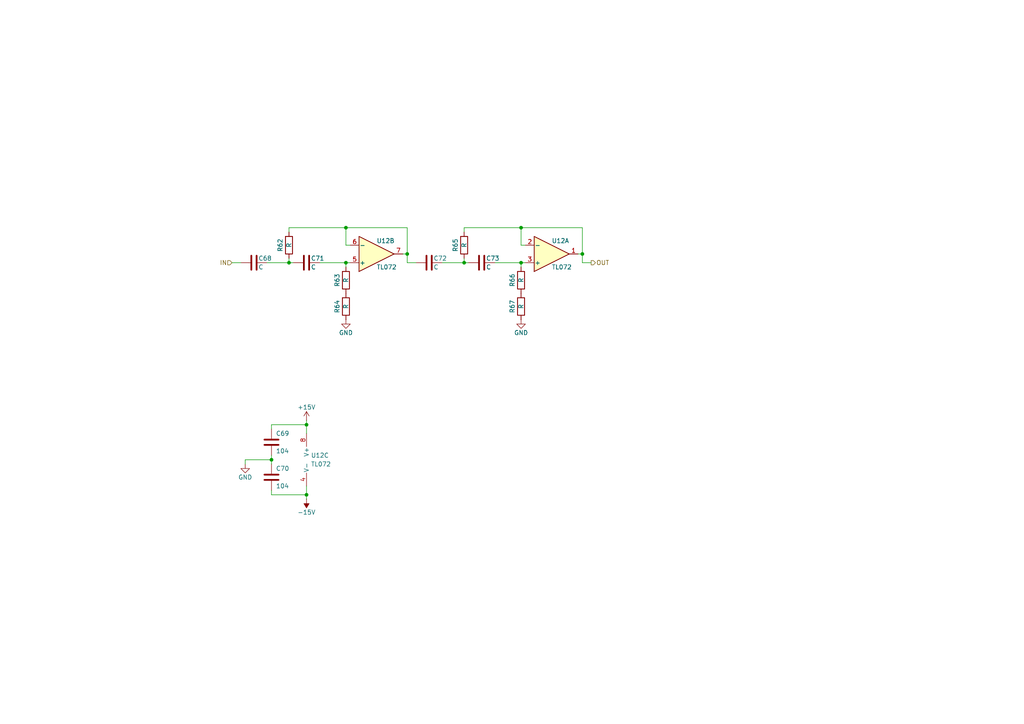
<source format=kicad_sch>
(kicad_sch (version 20231120) (generator "eeschema") (generator_version "8.0")
  (paper "A4")
  (title_block (title "Electronic crossover for 2.1 audio systems") (company "Haos Redro"))
  (lib_symbols
    (symbol "Amplifier_Operational:TL072" (pin_names (offset 0.127))
      (property "Reference" "U" (at 0 5.08 0))
      (property "Value" "TL072" (at 0 -5.08 0))
      (symbol "TL072_1_1"
        (polyline (pts (xy -5.08 5.08) (xy 5.08 0) (xy -5.08 -5.08) (xy -5.08 5.08)) (stroke (width 0.254)) (fill (type background)))
        (pin output line (at 7.62 0 180) (length 2.54) (name "~") (number "1"))
        (pin input line (at -7.62 -2.54 0) (length 2.54) (name "-") (number "2"))
        (pin input line (at -7.62 2.54 0) (length 2.54) (name "+") (number "3"))
      )
      (symbol "TL072_2_1"
        (polyline (pts (xy -5.08 5.08) (xy 5.08 0) (xy -5.08 -5.08) (xy -5.08 5.08)) (stroke (width 0.254)) (fill (type background)))
        (pin input line (at -7.62 2.54 0) (length 2.54) (name "+") (number "5"))
        (pin input line (at -7.62 -2.54 0) (length 2.54) (name "-") (number "6"))
        (pin output line (at 7.62 0 180) (length 2.54) (name "~") (number "7"))
      )
      (symbol "TL072_3_1"
        (pin power_in line (at -2.54 -7.62 90) (length 3.81) (name "V-") (number "4"))
        (pin power_in line (at -2.54 7.62 270) (length 3.81) (name "V+") (number "8"))
      )
    )
    (symbol "Device:C" (pin_numbers hide) (pin_names (offset 0.254))
      (property "Reference" "C" (at 0.635 2.54 0))
      (property "Value" "C" (at 0.635 -2.54 0))
      (symbol "C_0_1"
        (polyline (pts (xy -2.032 -0.762) (xy 2.032 -0.762)) (stroke (width 0.508)))
        (polyline (pts (xy -2.032 0.762) (xy 2.032 0.762)) (stroke (width 0.508)))
      )
      (symbol "C_1_1"
        (pin passive line (at 0 3.81 270) (length 2.794) (name "~") (number "1"))
        (pin passive line (at 0 -3.81 90) (length 2.794) (name "~") (number "2"))
      )
    )
    (symbol "Device:R" (pin_numbers hide) (pin_names (offset 0))
      (property "Reference" "R" (at 2.032 0 90))
      (property "Value" "R" (at 0 0 90))
      (symbol "R_0_1"
        (rectangle (start -1.016 -2.54) (end 1.016 2.54) (stroke (width 0.254)))
      )
      (symbol "R_1_1"
        (pin passive line (at 0 3.81 270) (length 1.27) (name "~") (number "1"))
        (pin passive line (at 0 -3.81 90) (length 1.27) (name "~") (number "2"))
      )
    )
    (symbol "power:+15V" (power) (pin_numbers hide) (pin_names (offset 0) hide)
      (property "Value" "+15V" (at 0 3.556 0))
      (symbol "+15V_0_1"
        (polyline (pts (xy -0.762 1.27) (xy 0 2.54)))
        (polyline (pts (xy 0 0) (xy 0 2.54)))
        (polyline (pts (xy 0 2.54) (xy 0.762 1.27)))
      )
      (symbol "+15V_1_1"
        (pin power_in line (at 0 0 90) (length 0) (name "~") (number "1"))
      )
    )
    (symbol "power:-15V" (power) (pin_numbers hide) (pin_names (offset 0) hide)
      (property "Value" "-15V" (at 0 3.556 0))
      (symbol "-15V_0_0"
        (pin power_in line (at 0 0 90) (length 0) (name "~") (number "1"))
      )
      (symbol "-15V_0_1"
        (polyline (pts (xy 0 0) (xy 0 1.27) (xy 0.762 1.27) (xy 0 2.54) (xy -0.762 1.27) (xy 0 1.27)) (fill (type outline)))
      )
    )
    (symbol "power:GND" (power) (pin_numbers hide) (pin_names (offset 0) hide)
      (property "Value" "GND" (at 0 -3.81 0))
      (symbol "GND_0_1"
        (polyline (pts (xy 0 0) (xy 0 -1.27) (xy 1.27 -1.27) (xy 0 -2.54) (xy -1.27 -1.27) (xy 0 -1.27)))
      )
      (symbol "GND_1_1"
        (pin power_in line (at 0 0 270) (length 0) (name "~") (number "1"))
      )
    )
  )
  (junction (at 88.9 123.19))
  (junction (at 83.82 76.2))
  (junction (at 100.33 66.04))
  (junction (at 151.13 76.2))
  (junction (at 118.11 73.66))
  (junction (at 100.33 76.2))
  (junction (at 134.62 76.2))
  (junction (at 168.91 73.66))
  (junction (at 88.9 143.51))
  (junction (at 78.74 133.35))
  (junction (at 151.13 66.04))
  (wire (pts (xy 67.31 76.2) (xy 69.85 76.2)))
  (wire (pts (xy 83.82 74.93) (xy 83.82 76.2)))
  (wire (pts (xy 118.11 66.04) (xy 118.11 73.66)))
  (wire (pts (xy 151.13 71.12) (xy 152.4 71.12)))
  (wire (pts (xy 88.9 123.19) (xy 88.9 125.73)))
  (wire (pts (xy 83.82 66.04) (xy 100.33 66.04)))
  (wire (pts (xy 78.74 133.35) (xy 71.12 133.35)))
  (wire (pts (xy 134.62 74.93) (xy 134.62 76.2)))
  (wire (pts (xy 151.13 66.04) (xy 168.91 66.04)))
  (wire (pts (xy 151.13 66.04) (xy 151.13 71.12)))
  (wire (pts (xy 71.12 133.35) (xy 71.12 134.62)))
  (wire (pts (xy 78.74 133.35) (xy 78.74 134.62)))
  (wire (pts (xy 134.62 76.2) (xy 135.89 76.2)))
  (wire (pts (xy 83.82 67.31) (xy 83.82 66.04)))
  (wire (pts (xy 168.91 66.04) (xy 168.91 73.66)))
  (wire (pts (xy 168.91 76.2) (xy 171.45 76.2)))
  (wire (pts (xy 78.74 124.46) (xy 78.74 123.19)))
  (wire (pts (xy 88.9 143.51) (xy 88.9 140.97)))
  (wire (pts (xy 100.33 66.04) (xy 118.11 66.04)))
  (wire (pts (xy 168.91 73.66) (xy 167.64 73.66)))
  (wire (pts (xy 116.84 73.66) (xy 118.11 73.66)))
  (wire (pts (xy 78.74 142.24) (xy 78.74 143.51)))
  (wire (pts (xy 88.9 121.92) (xy 88.9 123.19)))
  (wire (pts (xy 92.71 76.2) (xy 100.33 76.2)))
  (wire (pts (xy 134.62 66.04) (xy 151.13 66.04)))
  (wire (pts (xy 83.82 76.2) (xy 85.09 76.2)))
  (wire (pts (xy 100.33 76.2) (xy 101.6 76.2)))
  (wire (pts (xy 100.33 66.04) (xy 100.33 71.12)))
  (wire (pts (xy 134.62 67.31) (xy 134.62 66.04)))
  (wire (pts (xy 100.33 71.12) (xy 101.6 71.12)))
  (wire (pts (xy 118.11 73.66) (xy 118.11 76.2)))
  (wire (pts (xy 88.9 143.51) (xy 88.9 144.78)))
  (wire (pts (xy 78.74 143.51) (xy 88.9 143.51)))
  (wire (pts (xy 77.47 76.2) (xy 83.82 76.2)))
  (wire (pts (xy 128.27 76.2) (xy 134.62 76.2)))
  (wire (pts (xy 78.74 123.19) (xy 88.9 123.19)))
  (wire (pts (xy 143.51 76.2) (xy 151.13 76.2)))
  (wire (pts (xy 100.33 76.2) (xy 100.33 77.47)))
  (wire (pts (xy 151.13 76.2) (xy 151.13 77.47)))
  (wire (pts (xy 118.11 76.2) (xy 120.65 76.2)))
  (wire (pts (xy 168.91 76.2) (xy 168.91 73.66)))
  (wire (pts (xy 151.13 76.2) (xy 152.4 76.2)))
  (wire (pts (xy 78.74 132.08) (xy 78.74 133.35)))
  (hierarchical_label "IN" (shape input) (at 67.31 76.2 180))
  (hierarchical_label "OUT" (shape output) (at 171.45 76.2 0))
  (symbol (lib_id "Device:R") (at 83.82 71.12 180) (unit 1)
    (property "Reference" "R32" (at 81.28 71.12 90))
    (property "Value" "R" (at 83.82 71.12 90))
    (property "Footprint" "Resistor_SMD:R_0805_2012Metric" (effects (hide yes)))
    (property "Description" "Resistor" (effects (hide yes)))
    (instances (project "0000.011D" (path "" (reference "R62") (unit 1)) (path "" (reference "R32") (unit 1))))
  )
  (symbol (lib_id "power:+15V") (at 88.9 121.92 0) (unit 1)
    (property "Reference" "#PWR030" (effects (hide yes)))
    (property "Value" "+15V" (at 88.9 118.11 0))
    (property "Description" "Power symbol creates a global label with name \"+15V\"" (effects (hide yes)))
    (instances (project "0000.011D" (path "" (reference "#PWR060") (unit 1)) (path "" (reference "#PWR030") (unit 1))))
  )
  (symbol (lib_id "Device:C") (at 78.74 138.43 0) (unit 1)
    (property "Reference" "C28" (at 80.01 135.89 0) (effects (justify left)))
    (property "Value" "104" (at 80.01 140.97 0) (effects (justify left)))
    (property "Footprint" "Capacitor_SMD:C_0805_2012Metric" (effects (hide yes)))
    (property "Description" "Unpolarized capacitor" (effects (hide yes)))
    (instances (project "0000.011D" (path "" (reference "C70") (unit 1)) (path "" (reference "C28") (unit 1))))
  )
  (symbol (lib_id "Device:R") (at 151.13 88.9 180) (unit 1)
    (property "Reference" "R37" (at 148.59 88.9 90))
    (property "Value" "R" (at 151.13 88.9 90))
    (property "Footprint" "Resistor_SMD:R_0805_2012Metric" (effects (hide yes)))
    (property "Description" "Resistor" (effects (hide yes)))
    (instances (project "0000.011D" (path "" (reference "R67") (unit 1)) (path "" (reference "R37") (unit 1))))
  )
  (symbol (lib_id "Device:C") (at 124.46 76.2 90) (unit 1)
    (property "Reference" "C30" (at 125.73 74.93 90) (effects (justify right)))
    (property "Value" "C" (at 125.73 77.47 90) (effects (justify right)))
    (property "Footprint" "Capacitor_THT:C_Rect_L7.2mm_W4.5mm_P5.00mm_FKS2_FKP2_MKS2_MKP2" (effects (hide yes)))
    (property "Description" "Unpolarized capacitor" (effects (hide yes)))
    (instances (project "0000.011D" (path "" (reference "C72") (unit 1)) (path "" (reference "C30") (unit 1))))
  )
  (symbol (lib_id "Device:C") (at 139.7 76.2 90) (unit 1)
    (property "Reference" "C31" (at 140.97 74.93 90) (effects (justify right)))
    (property "Value" "C" (at 140.97 77.47 90) (effects (justify right)))
    (property "Footprint" "Capacitor_THT:C_Rect_L7.2mm_W4.5mm_P5.00mm_FKS2_FKP2_MKS2_MKP2" (effects (hide yes)))
    (property "Description" "Unpolarized capacitor" (effects (hide yes)))
    (instances (project "0000.011D" (path "" (reference "C73") (unit 1)) (path "" (reference "C31") (unit 1))))
  )
  (symbol (lib_id "Device:C") (at 88.9 76.2 90) (unit 1)
    (property "Reference" "C29" (at 90.17 74.93 90) (effects (justify right)))
    (property "Value" "C" (at 90.17 77.47 90) (effects (justify right)))
    (property "Footprint" "Capacitor_THT:C_Rect_L7.2mm_W4.5mm_P5.00mm_FKS2_FKP2_MKS2_MKP2" (effects (hide yes)))
    (property "Description" "Unpolarized capacitor" (effects (hide yes)))
    (instances (project "0000.011D" (path "" (reference "C71") (unit 1)) (path "" (reference "C29") (unit 1))))
  )
  (symbol (lib_id "Device:R") (at 100.33 81.28 180) (unit 1)
    (property "Reference" "R33" (at 97.79 81.28 90))
    (property "Value" "R" (at 100.33 81.28 90))
    (property "Footprint" "Resistor_SMD:R_0805_2012Metric" (effects (hide yes)))
    (property "Description" "Resistor" (effects (hide yes)))
    (instances (project "0000.011D" (path "" (reference "R63") (unit 1)) (path "" (reference "R33") (unit 1))))
  )
  (symbol (lib_id "Device:C") (at 78.74 128.27 0) (unit 1)
    (property "Reference" "C27" (at 80.01 125.73 0) (effects (justify left)))
    (property "Value" "104" (at 80.01 130.81 0) (effects (justify left)))
    (property "Footprint" "Capacitor_SMD:C_0805_2012Metric" (effects (hide yes)))
    (property "Description" "Unpolarized capacitor" (effects (hide yes)))
    (instances (project "0000.011D" (path "" (reference "C69") (unit 1)) (path "" (reference "C27") (unit 1))))
  )
  (symbol (lib_id "Amplifier_Operational:TL072") (at 109.22 73.66 0) (mirror x) (unit 2)
    (property "Reference" "U6" (at 109.22 69.85 0) (effects (justify left)))
    (property "Value" "TL072" (at 109.22 77.47 0) (effects (justify left)))
    (property "Footprint" "Package_SO:SOIC-8_3.9x4.9mm_P1.27mm" (effects (hide yes)))
    (property "Datasheet" "http://www.ti.com/lit/ds/symlink/tl071.pdf" (effects (hide yes)))
    (property "Description" "Dual Low-Noise JFET-Input Operational Amplifiers, DIP-8/SOIC-8" (effects (hide yes)))
    (instances (project "0000.011D" (path "" (reference "U12") (unit 2)) (path "" (reference "U6") (unit 2))))
  )
  (symbol (lib_id "power:GND") (at 100.33 92.71 0) (unit 1)
    (property "Reference" "#PWR032" (effects (hide yes)))
    (property "Value" "GND" (at 100.33 96.52 0))
    (property "Description" "Power symbol creates a global label with name \"GND\" , ground" (effects (hide yes)))
    (instances (project "0000.011D" (path "" (reference "#PWR062") (unit 1)) (path "" (reference "#PWR032") (unit 1))))
  )
  (symbol (lib_id "Device:R") (at 151.13 81.28 180) (unit 1)
    (property "Reference" "R36" (at 148.59 81.28 90))
    (property "Value" "R" (at 151.13 81.28 90))
    (property "Footprint" "Resistor_SMD:R_0805_2012Metric" (effects (hide yes)))
    (property "Description" "Resistor" (effects (hide yes)))
    (instances (project "0000.011D" (path "" (reference "R66") (unit 1)) (path "" (reference "R36") (unit 1))))
  )
  (symbol (lib_id "Amplifier_Operational:TL072") (at 91.44 133.35 0) (unit 3)
    (property "Reference" "U6" (at 90.17 132.0799 0) (effects (justify left)))
    (property "Value" "TL072" (at 90.17 134.6199 0) (effects (justify left)))
    (property "Footprint" "Package_SO:SOIC-8_3.9x4.9mm_P1.27mm" (effects (hide yes)))
    (property "Datasheet" "http://www.ti.com/lit/ds/symlink/tl071.pdf" (effects (hide yes)))
    (property "Description" "Dual Low-Noise JFET-Input Operational Amplifiers, DIP-8/SOIC-8" (effects (hide yes)))
    (instances (project "0000.011D" (path "" (reference "U12") (unit 3)) (path "" (reference "U6") (unit 3))))
  )
  (symbol (lib_id "Amplifier_Operational:TL072") (at 160.02 73.66 0) (mirror x) (unit 1)
    (property "Reference" "U6" (at 160.02 69.85 0) (effects (justify left)))
    (property "Value" "TL072" (at 160.02 77.47 0) (effects (justify left)))
    (property "Footprint" "Package_SO:SOIC-8_3.9x4.9mm_P1.27mm" (effects (hide yes)))
    (property "Datasheet" "http://www.ti.com/lit/ds/symlink/tl071.pdf" (effects (hide yes)))
    (property "Description" "Dual Low-Noise JFET-Input Operational Amplifiers, DIP-8/SOIC-8" (effects (hide yes)))
    (instances (project "0000.011D" (path "" (reference "U12") (unit 1)) (path "" (reference "U6") (unit 1))))
  )
  (symbol (lib_id "Device:R") (at 100.33 88.9 180) (unit 1)
    (property "Reference" "R34" (at 97.79 88.9 90))
    (property "Value" "R" (at 100.33 88.9 90))
    (property "Footprint" "Resistor_SMD:R_0805_2012Metric" (effects (hide yes)))
    (property "Description" "Resistor" (effects (hide yes)))
    (instances (project "0000.011D" (path "" (reference "R64") (unit 1)) (path "" (reference "R34") (unit 1))))
  )
  (symbol (lib_id "Device:C") (at 73.66 76.2 90) (unit 1)
    (property "Reference" "C26" (at 74.93 74.93 90) (effects (justify right)))
    (property "Value" "C" (at 74.93 77.47 90) (effects (justify right)))
    (property "Footprint" "Capacitor_THT:C_Rect_L7.2mm_W4.5mm_P5.00mm_FKS2_FKP2_MKS2_MKP2" (effects (hide yes)))
    (property "Description" "Unpolarized capacitor" (effects (hide yes)))
    (instances (project "0000.011D" (path "" (reference "C68") (unit 1)) (path "" (reference "C26") (unit 1))))
  )
  (symbol (lib_id "power:GND") (at 151.13 92.71 0) (unit 1)
    (property "Reference" "#PWR033" (effects (hide yes)))
    (property "Value" "GND" (at 151.13 96.52 0))
    (property "Description" "Power symbol creates a global label with name \"GND\" , ground" (effects (hide yes)))
    (instances (project "0000.011D" (path "" (reference "#PWR063") (unit 1)) (path "" (reference "#PWR033") (unit 1))))
  )
  (symbol (lib_id "power:-15V") (at 88.9 144.78 0) (mirror x) (unit 1)
    (property "Reference" "#PWR031" (effects (hide yes)))
    (property "Value" "-15V" (at 88.9 148.59 0))
    (property "Description" "Power symbol creates a global label with name \"-15V\"" (effects (hide yes)))
    (instances (project "0000.011D" (path "" (reference "#PWR061") (unit 1)) (path "" (reference "#PWR031") (unit 1))))
  )
  (symbol (lib_id "Device:R") (at 134.62 71.12 180) (unit 1)
    (property "Reference" "R35" (at 132.08 71.12 90))
    (property "Value" "R" (at 134.62 71.12 90))
    (property "Footprint" "Resistor_SMD:R_0805_2012Metric" (effects (hide yes)))
    (property "Description" "Resistor" (effects (hide yes)))
    (instances (project "0000.011D" (path "" (reference "R65") (unit 1)) (path "" (reference "R35") (unit 1))))
  )
  (symbol (lib_id "power:GND") (at 71.12 134.62 0) (unit 1)
    (property "Reference" "#PWR029" (effects (hide yes)))
    (property "Value" "GND" (at 71.12 138.43 0))
    (property "Description" "Power symbol creates a global label with name \"GND\" , ground" (effects (hide yes)))
    (instances (project "0000.011D" (path "" (reference "#PWR059") (unit 1)) (path "" (reference "#PWR029") (unit 1))))
  )
)
</source>
